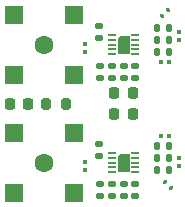
<source format=gbr>
%TF.GenerationSoftware,KiCad,Pcbnew,9.0.0*%
%TF.CreationDate,2025-02-25T16:03:33+01:00*%
%TF.ProjectId,2_In_6_Out,325f496e-5f36-45f4-9f75-742e6b696361,0*%
%TF.SameCoordinates,Original*%
%TF.FileFunction,Paste,Top*%
%TF.FilePolarity,Positive*%
%FSLAX46Y46*%
G04 Gerber Fmt 4.6, Leading zero omitted, Abs format (unit mm)*
G04 Created by KiCad (PCBNEW 9.0.0) date 2025-02-25 16:03:33*
%MOMM*%
%LPD*%
G01*
G04 APERTURE LIST*
G04 Aperture macros list*
%AMRoundRect*
0 Rectangle with rounded corners*
0 $1 Rounding radius*
0 $2 $3 $4 $5 $6 $7 $8 $9 X,Y pos of 4 corners*
0 Add a 4 corners polygon primitive as box body*
4,1,4,$2,$3,$4,$5,$6,$7,$8,$9,$2,$3,0*
0 Add four circle primitives for the rounded corners*
1,1,$1+$1,$2,$3*
1,1,$1+$1,$4,$5*
1,1,$1+$1,$6,$7*
1,1,$1+$1,$8,$9*
0 Add four rect primitives between the rounded corners*
20,1,$1+$1,$2,$3,$4,$5,0*
20,1,$1+$1,$4,$5,$6,$7,0*
20,1,$1+$1,$6,$7,$8,$9,0*
20,1,$1+$1,$8,$9,$2,$3,0*%
%AMOutline5P*
0 Free polygon, 5 corners , with rotation*
0 The origin of the aperture is its center*
0 number of corners: always 5*
0 $1 to $10 corner X, Y*
0 $11 Rotation angle, in degrees counterclockwise*
0 create outline with 5 corners*
4,1,5,$1,$2,$3,$4,$5,$6,$7,$8,$9,$10,$1,$2,$11*%
%AMOutline6P*
0 Free polygon, 6 corners , with rotation*
0 The origin of the aperture is its center*
0 number of corners: always 6*
0 $1 to $12 corner X, Y*
0 $13 Rotation angle, in degrees counterclockwise*
0 create outline with 6 corners*
4,1,6,$1,$2,$3,$4,$5,$6,$7,$8,$9,$10,$11,$12,$1,$2,$13*%
%AMOutline7P*
0 Free polygon, 7 corners , with rotation*
0 The origin of the aperture is its center*
0 number of corners: always 7*
0 $1 to $14 corner X, Y*
0 $15 Rotation angle, in degrees counterclockwise*
0 create outline with 7 corners*
4,1,7,$1,$2,$3,$4,$5,$6,$7,$8,$9,$10,$11,$12,$13,$14,$1,$2,$15*%
%AMOutline8P*
0 Free polygon, 8 corners , with rotation*
0 The origin of the aperture is its center*
0 number of corners: always 8*
0 $1 to $16 corner X, Y*
0 $17 Rotation angle, in degrees counterclockwise*
0 create outline with 8 corners*
4,1,8,$1,$2,$3,$4,$5,$6,$7,$8,$9,$10,$11,$12,$13,$14,$15,$16,$1,$2,$17*%
G04 Aperture macros list end*
%ADD10RoundRect,0.135000X-0.185000X0.135000X-0.185000X-0.135000X0.185000X-0.135000X0.185000X0.135000X0*%
%ADD11RoundRect,0.135000X-0.135000X-0.185000X0.135000X-0.185000X0.135000X0.185000X-0.135000X0.185000X0*%
%ADD12RoundRect,0.218750X0.218750X0.256250X-0.218750X0.256250X-0.218750X-0.256250X0.218750X-0.256250X0*%
%ADD13RoundRect,0.079500X0.079500X0.100500X-0.079500X0.100500X-0.079500X-0.100500X0.079500X-0.100500X0*%
%ADD14C,1.600000*%
%ADD15R,1.600000X1.600000*%
%ADD16RoundRect,0.079500X-0.127279X-0.014849X-0.014849X-0.127279X0.127279X0.014849X0.014849X0.127279X0*%
%ADD17RoundRect,0.218750X-0.218750X-0.256250X0.218750X-0.256250X0.218750X0.256250X-0.218750X0.256250X0*%
%ADD18RoundRect,0.140000X0.170000X-0.140000X0.170000X0.140000X-0.170000X0.140000X-0.170000X-0.140000X0*%
%ADD19RoundRect,0.079500X0.014849X-0.127279X0.127279X-0.014849X-0.014849X0.127279X-0.127279X0.014849X0*%
%ADD20RoundRect,0.135000X0.185000X-0.135000X0.185000X0.135000X-0.185000X0.135000X-0.185000X-0.135000X0*%
%ADD21RoundRect,0.079500X-0.100500X0.079500X-0.100500X-0.079500X0.100500X-0.079500X0.100500X0.079500X0*%
%ADD22R,0.750000X0.200000*%
%ADD23Outline5P,-0.750000X0.475000X0.750000X0.475000X0.750000X-0.475000X-0.560000X-0.475000X-0.750000X-0.285000X270.000000*%
%ADD24RoundRect,0.079500X0.100500X-0.079500X0.100500X0.079500X-0.100500X0.079500X-0.100500X-0.079500X0*%
%ADD25RoundRect,0.200000X-0.200000X-0.275000X0.200000X-0.275000X0.200000X0.275000X-0.200000X0.275000X0*%
G04 APERTURE END LIST*
D10*
%TO.C,R4*%
X99896250Y-57540000D03*
X99896250Y-58560000D03*
%TD*%
%TO.C,R8*%
X100896250Y-57540000D03*
X100896250Y-58560000D03*
%TD*%
D11*
%TO.C,R6*%
X102696250Y-55350000D03*
X103716250Y-55350000D03*
%TD*%
D12*
%TO.C,D2*%
X100663750Y-59840000D03*
X99088750Y-59840000D03*
%TD*%
D13*
%TO.C,D7*%
X103741250Y-57230000D03*
X103051250Y-57230000D03*
%TD*%
D14*
%TO.C,J2*%
X93146250Y-65750000D03*
D15*
X95686250Y-63210000D03*
X90606250Y-63210000D03*
X95686250Y-68290000D03*
X90606250Y-68290000D03*
%TD*%
D16*
%TO.C,D13*%
X103392298Y-67406048D03*
X103880202Y-67893952D03*
%TD*%
D10*
%TO.C,R9*%
X98896250Y-57540000D03*
X98896250Y-58560000D03*
%TD*%
D17*
%TO.C,D1*%
X90268750Y-60750000D03*
X91843750Y-60750000D03*
%TD*%
D13*
%TO.C,D10*%
X103741250Y-63460000D03*
X103051250Y-63460000D03*
%TD*%
D18*
%TO.C,C11*%
X97786250Y-65170000D03*
X97786250Y-64210000D03*
%TD*%
D10*
%TO.C,R3*%
X98896250Y-67540000D03*
X98896250Y-68560000D03*
%TD*%
D19*
%TO.C,D11*%
X103182298Y-53303952D03*
X103670202Y-52816048D03*
%TD*%
D11*
%TO.C,R5*%
X102696250Y-54350000D03*
X103716250Y-54350000D03*
%TD*%
D20*
%TO.C,R12*%
X97896250Y-68560000D03*
X97896250Y-67540000D03*
%TD*%
%TO.C,R11*%
X97896250Y-58560000D03*
X97896250Y-57540000D03*
%TD*%
D14*
%TO.C,J1*%
X93146250Y-55750000D03*
D15*
X95686250Y-53210000D03*
X90606250Y-53210000D03*
X95686250Y-58290000D03*
X90606250Y-58290000D03*
%TD*%
D10*
%TO.C,R1*%
X99896250Y-67540000D03*
X99896250Y-68560000D03*
%TD*%
D18*
%TO.C,C1*%
X97786250Y-55170000D03*
X97786250Y-54210000D03*
%TD*%
D11*
%TO.C,R14*%
X102696250Y-64350000D03*
X103716250Y-64350000D03*
%TD*%
D21*
%TO.C,D5*%
X96626250Y-55725000D03*
X96626250Y-56415000D03*
%TD*%
D22*
%TO.C,U2*%
X98896250Y-54950000D03*
D23*
X99896250Y-55750000D03*
D22*
X98896250Y-55350000D03*
X98896250Y-55750000D03*
X98896250Y-56150000D03*
X98896250Y-56550000D03*
X100896250Y-56550000D03*
X100896250Y-56150000D03*
X100896250Y-55750000D03*
X100896250Y-55350000D03*
X100896250Y-54950000D03*
%TD*%
D11*
%TO.C,R16*%
X102696250Y-66350000D03*
X103716250Y-66350000D03*
%TD*%
D24*
%TO.C,D9*%
X104546250Y-55375000D03*
X104546250Y-54685000D03*
%TD*%
D21*
%TO.C,D6*%
X96626250Y-65725000D03*
X96626250Y-66415000D03*
%TD*%
D10*
%TO.C,R2*%
X100896250Y-67540000D03*
X100896250Y-68560000D03*
%TD*%
D11*
%TO.C,R7*%
X102696250Y-56350000D03*
X103716250Y-56350000D03*
%TD*%
D21*
%TO.C,D8*%
X104546250Y-65325000D03*
X104546250Y-66015000D03*
%TD*%
D25*
%TO.C,R10*%
X93361250Y-60750000D03*
X95011250Y-60750000D03*
%TD*%
D22*
%TO.C,U4*%
X98896250Y-64950000D03*
D23*
X99896250Y-65750000D03*
D22*
X98896250Y-65350000D03*
X98896250Y-65750000D03*
X98896250Y-66150000D03*
X98896250Y-66550000D03*
X100896250Y-66550000D03*
X100896250Y-66150000D03*
X100896250Y-65750000D03*
X100896250Y-65350000D03*
X100896250Y-64950000D03*
%TD*%
D11*
%TO.C,R15*%
X102696250Y-65350000D03*
X103716250Y-65350000D03*
%TD*%
D12*
%TO.C,D3*%
X100683750Y-61660000D03*
X99108750Y-61660000D03*
%TD*%
M02*

</source>
